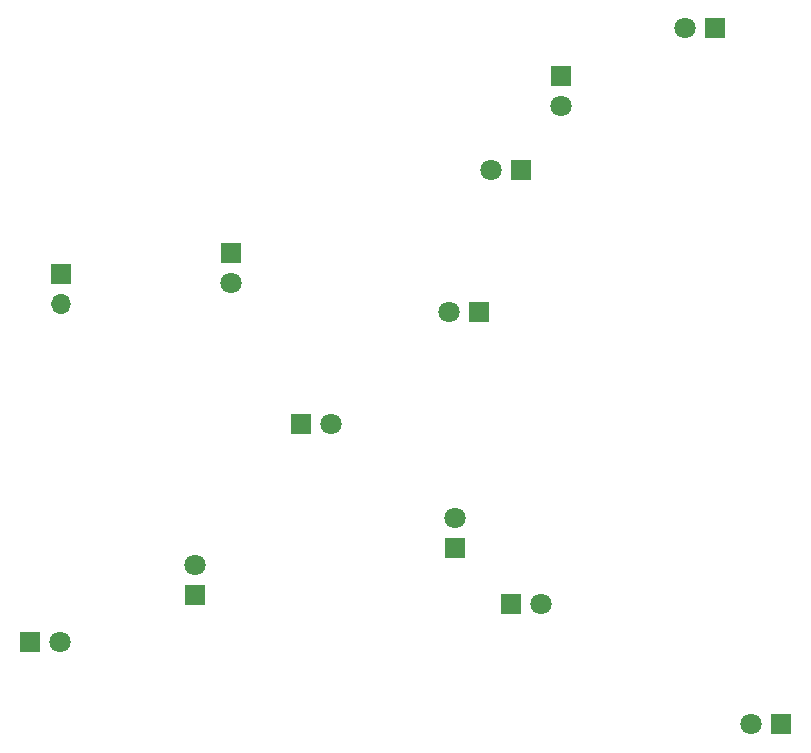
<source format=gts>
%TF.GenerationSoftware,KiCad,Pcbnew,(5.1.10)-1*%
%TF.CreationDate,2021-09-04T18:59:30+09:00*%
%TF.ProjectId,TsukCTF,5473756b-4354-4462-9e6b-696361645f70,rev?*%
%TF.SameCoordinates,Original*%
%TF.FileFunction,Soldermask,Top*%
%TF.FilePolarity,Negative*%
%FSLAX46Y46*%
G04 Gerber Fmt 4.6, Leading zero omitted, Abs format (unit mm)*
G04 Created by KiCad (PCBNEW (5.1.10)-1) date 2021-09-04 18:59:30*
%MOMM*%
%LPD*%
G01*
G04 APERTURE LIST*
%ADD10R,1.800000X1.800000*%
%ADD11C,1.800000*%
%ADD12R,1.700000X1.700000*%
%ADD13O,1.700000X1.700000*%
G04 APERTURE END LIST*
D10*
%TO.C,D3*%
X149000000Y-115000000D03*
D11*
X149000000Y-117540000D03*
%TD*%
D10*
%TO.C,D4*%
X154940000Y-129540000D03*
D11*
X157480000Y-129540000D03*
%TD*%
%TO.C,D5*%
X146000000Y-141460000D03*
D10*
X146000000Y-144000000D03*
%TD*%
D11*
%TO.C,D6*%
X167460000Y-120000000D03*
D10*
X170000000Y-120000000D03*
%TD*%
%TO.C,D7*%
X195580000Y-154940000D03*
D11*
X193040000Y-154940000D03*
%TD*%
%TO.C,D8*%
X134540000Y-148000000D03*
D10*
X132000000Y-148000000D03*
%TD*%
D11*
%TO.C,D9*%
X171000000Y-108000000D03*
D10*
X173540000Y-108000000D03*
%TD*%
D11*
%TO.C,D10*%
X177000000Y-102540000D03*
D10*
X177000000Y-100000000D03*
%TD*%
%TO.C,D11*%
X190000000Y-96000000D03*
D11*
X187460000Y-96000000D03*
%TD*%
D10*
%TO.C,D12*%
X168000000Y-140000000D03*
D11*
X168000000Y-137460000D03*
%TD*%
%TO.C,D13*%
X175260000Y-144780000D03*
D10*
X172720000Y-144780000D03*
%TD*%
D12*
%TO.C,J1*%
X134620000Y-116840000D03*
D13*
X134620000Y-119380000D03*
%TD*%
M02*

</source>
